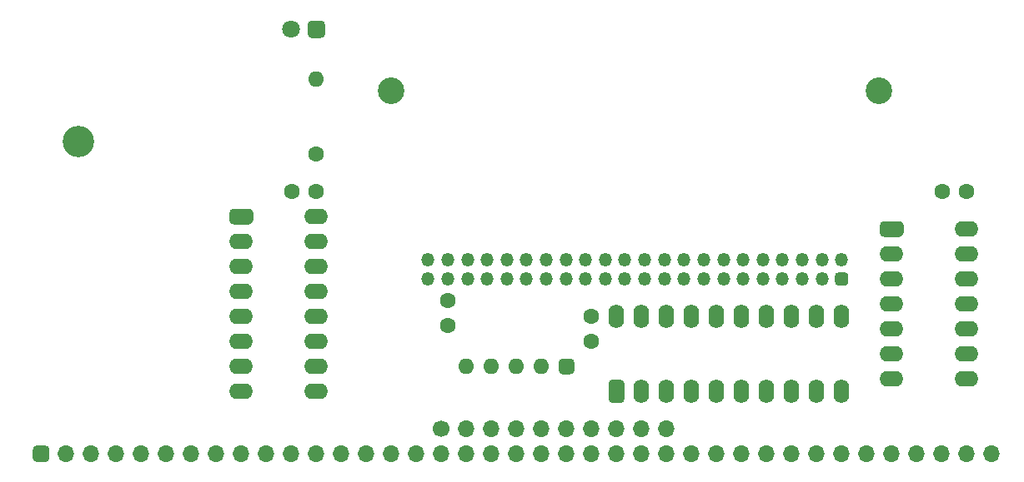
<source format=gbr>
%TF.GenerationSoftware,KiCad,Pcbnew,(5.1.10)-1*%
%TF.CreationDate,2021-07-06T00:11:38-07:00*%
%TF.ProjectId,rc-cfcardh,72632d63-6663-4617-9264-682e6b696361,rev?*%
%TF.SameCoordinates,PX9157080PY9071968*%
%TF.FileFunction,Soldermask,Bot*%
%TF.FilePolarity,Negative*%
%FSLAX46Y46*%
G04 Gerber Fmt 4.6, Leading zero omitted, Abs format (unit mm)*
G04 Created by KiCad (PCBNEW (5.1.10)-1) date 2021-07-06 00:11:38*
%MOMM*%
%LPD*%
G01*
G04 APERTURE LIST*
%ADD10C,2.700000*%
%ADD11O,1.350000X1.350000*%
%ADD12O,1.700000X1.700000*%
%ADD13C,1.700000*%
%ADD14O,1.600000X2.400000*%
%ADD15C,1.600000*%
%ADD16O,2.400000X1.600000*%
%ADD17O,1.600000X1.600000*%
%ADD18C,1.800000*%
%ADD19C,3.200000*%
G04 APERTURE END LIST*
D10*
%TO.C,MNT2*%
X86365000Y38560200D03*
%TD*%
%TO.C,MNT1*%
X36835000Y38560200D03*
%TD*%
D11*
%TO.C,J3*%
X40550000Y21380200D03*
X40550000Y19380200D03*
X42550000Y21380200D03*
X42550000Y19380200D03*
X44550000Y21380200D03*
X44550000Y19380200D03*
X46550000Y21380200D03*
X46550000Y19380200D03*
X48550000Y21380200D03*
X48550000Y19380200D03*
X50550000Y21380200D03*
X50550000Y19380200D03*
X52550000Y21380200D03*
X52550000Y19380200D03*
X54550000Y21380200D03*
X54550000Y19380200D03*
X56550000Y21380200D03*
X56550000Y19380200D03*
X58550000Y21380200D03*
X58550000Y19380200D03*
X60550000Y21380200D03*
X60550000Y19380200D03*
X62550000Y21380200D03*
X62550000Y19380200D03*
X64550000Y21380200D03*
X64550000Y19380200D03*
X66550000Y21380200D03*
X66550000Y19380200D03*
X68550000Y21380200D03*
X68550000Y19380200D03*
X70550000Y21380200D03*
X70550000Y19380200D03*
X72550000Y21380200D03*
X72550000Y19380200D03*
X74550000Y21380200D03*
X74550000Y19380200D03*
X76550000Y21380200D03*
X76550000Y19380200D03*
X78550000Y21380200D03*
X78550000Y19380200D03*
X80550000Y21380200D03*
X80550000Y19380200D03*
X82550000Y21380200D03*
G36*
G01*
X82212500Y20055200D02*
X82887500Y20055200D01*
G75*
G02*
X83225000Y19717700I0J-337500D01*
G01*
X83225000Y19042700D01*
G75*
G02*
X82887500Y18705200I-337500J0D01*
G01*
X82212500Y18705200D01*
G75*
G02*
X81875000Y19042700I0J337500D01*
G01*
X81875000Y19717700D01*
G75*
G02*
X82212500Y20055200I337500J0D01*
G01*
G37*
%TD*%
D12*
%TO.C,J2*%
X64770000Y4140200D03*
X62230000Y4140200D03*
X59690000Y4140200D03*
X57150000Y4140200D03*
X54610000Y4140200D03*
X52070000Y4140200D03*
X49530000Y4140200D03*
X46990000Y4140200D03*
X44450000Y4140200D03*
D13*
X41910000Y4140200D03*
%TD*%
D14*
%TO.C,U3*%
X59690000Y15570200D03*
X82550000Y7950200D03*
X62230000Y15570200D03*
X80010000Y7950200D03*
X64770000Y15570200D03*
X77470000Y7950200D03*
X67310000Y15570200D03*
X74930000Y7950200D03*
X69850000Y15570200D03*
X72390000Y7950200D03*
X72390000Y15570200D03*
X69850000Y7950200D03*
X74930000Y15570200D03*
X67310000Y7950200D03*
X77470000Y15570200D03*
X64770000Y7950200D03*
X80010000Y15570200D03*
X62230000Y7950200D03*
X82550000Y15570200D03*
G36*
G01*
X60090000Y6750200D02*
X59290000Y6750200D01*
G75*
G02*
X58890000Y7150200I0J400000D01*
G01*
X58890000Y8750200D01*
G75*
G02*
X59290000Y9150200I400000J0D01*
G01*
X60090000Y9150200D01*
G75*
G02*
X60490000Y8750200I0J-400000D01*
G01*
X60490000Y7150200D01*
G75*
G02*
X60090000Y6750200I-400000J0D01*
G01*
G37*
%TD*%
D15*
%TO.C,C4*%
X42545000Y14657700D03*
X42545000Y17157700D03*
%TD*%
%TO.C,C3*%
X57150000Y13070200D03*
X57150000Y15570200D03*
%TD*%
%TO.C,C2*%
X92750000Y28270200D03*
X95250000Y28270200D03*
%TD*%
%TO.C,C1*%
X26710000Y28270200D03*
X29210000Y28270200D03*
%TD*%
D16*
%TO.C,U2*%
X95250000Y24460200D03*
X87630000Y9220200D03*
X95250000Y21920200D03*
X87630000Y11760200D03*
X95250000Y19380200D03*
X87630000Y14300200D03*
X95250000Y16840200D03*
X87630000Y16840200D03*
X95250000Y14300200D03*
X87630000Y19380200D03*
X95250000Y11760200D03*
X87630000Y21920200D03*
X95250000Y9220200D03*
G36*
G01*
X86430000Y24060200D02*
X86430000Y24860200D01*
G75*
G02*
X86830000Y25260200I400000J0D01*
G01*
X88430000Y25260200D01*
G75*
G02*
X88830000Y24860200I0J-400000D01*
G01*
X88830000Y24060200D01*
G75*
G02*
X88430000Y23660200I-400000J0D01*
G01*
X86830000Y23660200D01*
G75*
G02*
X86430000Y24060200I0J400000D01*
G01*
G37*
%TD*%
D17*
%TO.C,RN1*%
X44450000Y10490200D03*
X46990000Y10490200D03*
X49530000Y10490200D03*
X52070000Y10490200D03*
G36*
G01*
X55410000Y10890200D02*
X55410000Y10090200D01*
G75*
G02*
X55010000Y9690200I-400000J0D01*
G01*
X54210000Y9690200D01*
G75*
G02*
X53810000Y10090200I0J400000D01*
G01*
X53810000Y10890200D01*
G75*
G02*
X54210000Y11290200I400000J0D01*
G01*
X55010000Y11290200D01*
G75*
G02*
X55410000Y10890200I0J-400000D01*
G01*
G37*
%TD*%
%TO.C,R1*%
X29210000Y39700200D03*
D15*
X29210000Y32080200D03*
%TD*%
D18*
%TO.C,D1*%
X26670000Y44780200D03*
G36*
G01*
X30110000Y45230200D02*
X30110000Y44330200D01*
G75*
G02*
X29660000Y43880200I-450000J0D01*
G01*
X28760000Y43880200D01*
G75*
G02*
X28310000Y44330200I0J450000D01*
G01*
X28310000Y45230200D01*
G75*
G02*
X28760000Y45680200I450000J0D01*
G01*
X29660000Y45680200D01*
G75*
G02*
X30110000Y45230200I0J-450000D01*
G01*
G37*
%TD*%
D16*
%TO.C,U1*%
X29210000Y25730200D03*
X21590000Y7950200D03*
X29210000Y23190200D03*
X21590000Y10490200D03*
X29210000Y20650200D03*
X21590000Y13030200D03*
X29210000Y18110200D03*
X21590000Y15570200D03*
X29210000Y15570200D03*
X21590000Y18110200D03*
X29210000Y13030200D03*
X21590000Y20650200D03*
X29210000Y10490200D03*
X21590000Y23190200D03*
X29210000Y7950200D03*
G36*
G01*
X20390000Y25330200D02*
X20390000Y26130200D01*
G75*
G02*
X20790000Y26530200I400000J0D01*
G01*
X22390000Y26530200D01*
G75*
G02*
X22790000Y26130200I0J-400000D01*
G01*
X22790000Y25330200D01*
G75*
G02*
X22390000Y24930200I-400000J0D01*
G01*
X20790000Y24930200D01*
G75*
G02*
X20390000Y25330200I0J400000D01*
G01*
G37*
%TD*%
D12*
%TO.C,J1*%
X97790000Y1600200D03*
X95250000Y1600200D03*
X92710000Y1600200D03*
X90170000Y1600200D03*
X87630000Y1600200D03*
X85090000Y1600200D03*
X82550000Y1600200D03*
X80010000Y1600200D03*
X77470000Y1600200D03*
X74930000Y1600200D03*
X72390000Y1600200D03*
X69850000Y1600200D03*
X67310000Y1600200D03*
X64770000Y1600200D03*
X62230000Y1600200D03*
X59690000Y1600200D03*
X57150000Y1600200D03*
X54610000Y1600200D03*
X52070000Y1600200D03*
X49530000Y1600200D03*
X46990000Y1600200D03*
X44450000Y1600200D03*
X41910000Y1600200D03*
X39370000Y1600200D03*
X36830000Y1600200D03*
X34290000Y1600200D03*
X31750000Y1600200D03*
X29210000Y1600200D03*
X26670000Y1600200D03*
X24130000Y1600200D03*
X21590000Y1600200D03*
X19050000Y1600200D03*
X16510000Y1600200D03*
X13970000Y1600200D03*
X11430000Y1600200D03*
X8890000Y1600200D03*
X6350000Y1600200D03*
X3810000Y1600200D03*
G36*
G01*
X1695000Y750200D02*
X845000Y750200D01*
G75*
G02*
X420000Y1175200I0J425000D01*
G01*
X420000Y2025200D01*
G75*
G02*
X845000Y2450200I425000J0D01*
G01*
X1695000Y2450200D01*
G75*
G02*
X2120000Y2025200I0J-425000D01*
G01*
X2120000Y1175200D01*
G75*
G02*
X1695000Y750200I-425000J0D01*
G01*
G37*
%TD*%
D19*
%TO.C,*%
X5080000Y33350200D03*
%TD*%
M02*

</source>
